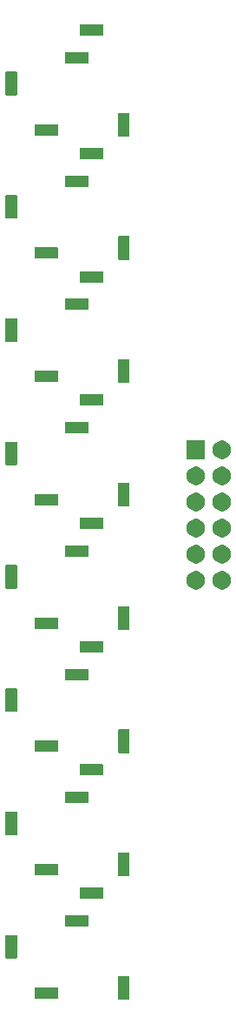
<source format=gbr>
G04 #@! TF.GenerationSoftware,KiCad,Pcbnew,9.0.0*
G04 #@! TF.CreationDate,2025-02-23T15:49:32-07:00*
G04 #@! TF.ProjectId,Patch_Bay,50617463-685f-4426-9179-2e6b69636164,rev?*
G04 #@! TF.SameCoordinates,Original*
G04 #@! TF.FileFunction,Soldermask,Top*
G04 #@! TF.FilePolarity,Negative*
%FSLAX46Y46*%
G04 Gerber Fmt 4.6, Leading zero omitted, Abs format (unit mm)*
G04 Created by KiCad (PCBNEW 9.0.0) date 2025-02-23 15:49:32*
%MOMM*%
%LPD*%
G01*
G04 APERTURE LIST*
G04 APERTURE END LIST*
G36*
X13519517Y-94852882D02*
G01*
X13536062Y-94863938D01*
X13547118Y-94880483D01*
X13551000Y-94900000D01*
X13551000Y-97100000D01*
X13547118Y-97119517D01*
X13536062Y-97136062D01*
X13519517Y-97147118D01*
X13500000Y-97151000D01*
X12500000Y-97151000D01*
X12480483Y-97147118D01*
X12463938Y-97136062D01*
X12452882Y-97119517D01*
X12449000Y-97100000D01*
X12449000Y-94900000D01*
X12452882Y-94880483D01*
X12463938Y-94863938D01*
X12480483Y-94852882D01*
X12500000Y-94849000D01*
X13500000Y-94849000D01*
X13519517Y-94852882D01*
G37*
G36*
X6519517Y-95952882D02*
G01*
X6536062Y-95963938D01*
X6547118Y-95980483D01*
X6551000Y-96000000D01*
X6551000Y-97000000D01*
X6547118Y-97019517D01*
X6536062Y-97036062D01*
X6519517Y-97047118D01*
X6500000Y-97051000D01*
X4300000Y-97051000D01*
X4280483Y-97047118D01*
X4263938Y-97036062D01*
X4252882Y-97019517D01*
X4249000Y-97000000D01*
X4249000Y-96000000D01*
X4252882Y-95980483D01*
X4263938Y-95963938D01*
X4280483Y-95952882D01*
X4300000Y-95949000D01*
X6500000Y-95949000D01*
X6519517Y-95952882D01*
G37*
G36*
X2519517Y-90852882D02*
G01*
X2536062Y-90863938D01*
X2547118Y-90880483D01*
X2551000Y-90900000D01*
X2551000Y-93100000D01*
X2547118Y-93119517D01*
X2536062Y-93136062D01*
X2519517Y-93147118D01*
X2500000Y-93151000D01*
X1500000Y-93151000D01*
X1480483Y-93147118D01*
X1463938Y-93136062D01*
X1452882Y-93119517D01*
X1449000Y-93100000D01*
X1449000Y-90900000D01*
X1452882Y-90880483D01*
X1463938Y-90863938D01*
X1480483Y-90852882D01*
X1500000Y-90849000D01*
X2500000Y-90849000D01*
X2519517Y-90852882D01*
G37*
G36*
X9519517Y-88952882D02*
G01*
X9536062Y-88963938D01*
X9547118Y-88980483D01*
X9551000Y-89000000D01*
X9551000Y-90000000D01*
X9547118Y-90019517D01*
X9536062Y-90036062D01*
X9519517Y-90047118D01*
X9500000Y-90051000D01*
X7300000Y-90051000D01*
X7280483Y-90047118D01*
X7263938Y-90036062D01*
X7252882Y-90019517D01*
X7249000Y-90000000D01*
X7249000Y-89000000D01*
X7252882Y-88980483D01*
X7263938Y-88963938D01*
X7280483Y-88952882D01*
X7300000Y-88949000D01*
X9500000Y-88949000D01*
X9519517Y-88952882D01*
G37*
G36*
X10919517Y-86252882D02*
G01*
X10936062Y-86263938D01*
X10947118Y-86280483D01*
X10951000Y-86300000D01*
X10951000Y-87300000D01*
X10947118Y-87319517D01*
X10936062Y-87336062D01*
X10919517Y-87347118D01*
X10900000Y-87351000D01*
X8700000Y-87351000D01*
X8680483Y-87347118D01*
X8663938Y-87336062D01*
X8652882Y-87319517D01*
X8649000Y-87300000D01*
X8649000Y-86300000D01*
X8652882Y-86280483D01*
X8663938Y-86263938D01*
X8680483Y-86252882D01*
X8700000Y-86249000D01*
X10900000Y-86249000D01*
X10919517Y-86252882D01*
G37*
G36*
X13519517Y-82852882D02*
G01*
X13536062Y-82863938D01*
X13547118Y-82880483D01*
X13551000Y-82900000D01*
X13551000Y-85100000D01*
X13547118Y-85119517D01*
X13536062Y-85136062D01*
X13519517Y-85147118D01*
X13500000Y-85151000D01*
X12500000Y-85151000D01*
X12480483Y-85147118D01*
X12463938Y-85136062D01*
X12452882Y-85119517D01*
X12449000Y-85100000D01*
X12449000Y-82900000D01*
X12452882Y-82880483D01*
X12463938Y-82863938D01*
X12480483Y-82852882D01*
X12500000Y-82849000D01*
X13500000Y-82849000D01*
X13519517Y-82852882D01*
G37*
G36*
X6519517Y-83952882D02*
G01*
X6536062Y-83963938D01*
X6547118Y-83980483D01*
X6551000Y-84000000D01*
X6551000Y-85000000D01*
X6547118Y-85019517D01*
X6536062Y-85036062D01*
X6519517Y-85047118D01*
X6500000Y-85051000D01*
X4300000Y-85051000D01*
X4280483Y-85047118D01*
X4263938Y-85036062D01*
X4252882Y-85019517D01*
X4249000Y-85000000D01*
X4249000Y-84000000D01*
X4252882Y-83980483D01*
X4263938Y-83963938D01*
X4280483Y-83952882D01*
X4300000Y-83949000D01*
X6500000Y-83949000D01*
X6519517Y-83952882D01*
G37*
G36*
X2519517Y-78852882D02*
G01*
X2536062Y-78863938D01*
X2547118Y-78880483D01*
X2551000Y-78900000D01*
X2551000Y-81100000D01*
X2547118Y-81119517D01*
X2536062Y-81136062D01*
X2519517Y-81147118D01*
X2500000Y-81151000D01*
X1500000Y-81151000D01*
X1480483Y-81147118D01*
X1463938Y-81136062D01*
X1452882Y-81119517D01*
X1449000Y-81100000D01*
X1449000Y-78900000D01*
X1452882Y-78880483D01*
X1463938Y-78863938D01*
X1480483Y-78852882D01*
X1500000Y-78849000D01*
X2500000Y-78849000D01*
X2519517Y-78852882D01*
G37*
G36*
X9519517Y-76952882D02*
G01*
X9536062Y-76963938D01*
X9547118Y-76980483D01*
X9551000Y-77000000D01*
X9551000Y-78000000D01*
X9547118Y-78019517D01*
X9536062Y-78036062D01*
X9519517Y-78047118D01*
X9500000Y-78051000D01*
X7300000Y-78051000D01*
X7280483Y-78047118D01*
X7263938Y-78036062D01*
X7252882Y-78019517D01*
X7249000Y-78000000D01*
X7249000Y-77000000D01*
X7252882Y-76980483D01*
X7263938Y-76963938D01*
X7280483Y-76952882D01*
X7300000Y-76949000D01*
X9500000Y-76949000D01*
X9519517Y-76952882D01*
G37*
G36*
X10919517Y-74252882D02*
G01*
X10936062Y-74263938D01*
X10947118Y-74280483D01*
X10951000Y-74300000D01*
X10951000Y-75300000D01*
X10947118Y-75319517D01*
X10936062Y-75336062D01*
X10919517Y-75347118D01*
X10900000Y-75351000D01*
X8700000Y-75351000D01*
X8680483Y-75347118D01*
X8663938Y-75336062D01*
X8652882Y-75319517D01*
X8649000Y-75300000D01*
X8649000Y-74300000D01*
X8652882Y-74280483D01*
X8663938Y-74263938D01*
X8680483Y-74252882D01*
X8700000Y-74249000D01*
X10900000Y-74249000D01*
X10919517Y-74252882D01*
G37*
G36*
X13519517Y-70852882D02*
G01*
X13536062Y-70863938D01*
X13547118Y-70880483D01*
X13551000Y-70900000D01*
X13551000Y-73100000D01*
X13547118Y-73119517D01*
X13536062Y-73136062D01*
X13519517Y-73147118D01*
X13500000Y-73151000D01*
X12500000Y-73151000D01*
X12480483Y-73147118D01*
X12463938Y-73136062D01*
X12452882Y-73119517D01*
X12449000Y-73100000D01*
X12449000Y-70900000D01*
X12452882Y-70880483D01*
X12463938Y-70863938D01*
X12480483Y-70852882D01*
X12500000Y-70849000D01*
X13500000Y-70849000D01*
X13519517Y-70852882D01*
G37*
G36*
X6519517Y-71952882D02*
G01*
X6536062Y-71963938D01*
X6547118Y-71980483D01*
X6551000Y-72000000D01*
X6551000Y-73000000D01*
X6547118Y-73019517D01*
X6536062Y-73036062D01*
X6519517Y-73047118D01*
X6500000Y-73051000D01*
X4300000Y-73051000D01*
X4280483Y-73047118D01*
X4263938Y-73036062D01*
X4252882Y-73019517D01*
X4249000Y-73000000D01*
X4249000Y-72000000D01*
X4252882Y-71980483D01*
X4263938Y-71963938D01*
X4280483Y-71952882D01*
X4300000Y-71949000D01*
X6500000Y-71949000D01*
X6519517Y-71952882D01*
G37*
G36*
X2519517Y-66852882D02*
G01*
X2536062Y-66863938D01*
X2547118Y-66880483D01*
X2551000Y-66900000D01*
X2551000Y-69100000D01*
X2547118Y-69119517D01*
X2536062Y-69136062D01*
X2519517Y-69147118D01*
X2500000Y-69151000D01*
X1500000Y-69151000D01*
X1480483Y-69147118D01*
X1463938Y-69136062D01*
X1452882Y-69119517D01*
X1449000Y-69100000D01*
X1449000Y-66900000D01*
X1452882Y-66880483D01*
X1463938Y-66863938D01*
X1480483Y-66852882D01*
X1500000Y-66849000D01*
X2500000Y-66849000D01*
X2519517Y-66852882D01*
G37*
G36*
X9519517Y-64952882D02*
G01*
X9536062Y-64963938D01*
X9547118Y-64980483D01*
X9551000Y-65000000D01*
X9551000Y-66000000D01*
X9547118Y-66019517D01*
X9536062Y-66036062D01*
X9519517Y-66047118D01*
X9500000Y-66051000D01*
X7300000Y-66051000D01*
X7280483Y-66047118D01*
X7263938Y-66036062D01*
X7252882Y-66019517D01*
X7249000Y-66000000D01*
X7249000Y-65000000D01*
X7252882Y-64980483D01*
X7263938Y-64963938D01*
X7280483Y-64952882D01*
X7300000Y-64949000D01*
X9500000Y-64949000D01*
X9519517Y-64952882D01*
G37*
G36*
X10919517Y-62252882D02*
G01*
X10936062Y-62263938D01*
X10947118Y-62280483D01*
X10951000Y-62300000D01*
X10951000Y-63300000D01*
X10947118Y-63319517D01*
X10936062Y-63336062D01*
X10919517Y-63347118D01*
X10900000Y-63351000D01*
X8700000Y-63351000D01*
X8680483Y-63347118D01*
X8663938Y-63336062D01*
X8652882Y-63319517D01*
X8649000Y-63300000D01*
X8649000Y-62300000D01*
X8652882Y-62280483D01*
X8663938Y-62263938D01*
X8680483Y-62252882D01*
X8700000Y-62249000D01*
X10900000Y-62249000D01*
X10919517Y-62252882D01*
G37*
G36*
X13519517Y-58852882D02*
G01*
X13536062Y-58863938D01*
X13547118Y-58880483D01*
X13551000Y-58900000D01*
X13551000Y-61100000D01*
X13547118Y-61119517D01*
X13536062Y-61136062D01*
X13519517Y-61147118D01*
X13500000Y-61151000D01*
X12500000Y-61151000D01*
X12480483Y-61147118D01*
X12463938Y-61136062D01*
X12452882Y-61119517D01*
X12449000Y-61100000D01*
X12449000Y-58900000D01*
X12452882Y-58880483D01*
X12463938Y-58863938D01*
X12480483Y-58852882D01*
X12500000Y-58849000D01*
X13500000Y-58849000D01*
X13519517Y-58852882D01*
G37*
G36*
X6519517Y-59952882D02*
G01*
X6536062Y-59963938D01*
X6547118Y-59980483D01*
X6551000Y-60000000D01*
X6551000Y-61000000D01*
X6547118Y-61019517D01*
X6536062Y-61036062D01*
X6519517Y-61047118D01*
X6500000Y-61051000D01*
X4300000Y-61051000D01*
X4280483Y-61047118D01*
X4263938Y-61036062D01*
X4252882Y-61019517D01*
X4249000Y-61000000D01*
X4249000Y-60000000D01*
X4252882Y-59980483D01*
X4263938Y-59963938D01*
X4280483Y-59952882D01*
X4300000Y-59949000D01*
X6500000Y-59949000D01*
X6519517Y-59952882D01*
G37*
G36*
X20261546Y-55487797D02*
G01*
X20424728Y-55555389D01*
X20571588Y-55653518D01*
X20696482Y-55778412D01*
X20794611Y-55925272D01*
X20862203Y-56088454D01*
X20896661Y-56261687D01*
X20896661Y-56438313D01*
X20862203Y-56611546D01*
X20794611Y-56774728D01*
X20696482Y-56921588D01*
X20571588Y-57046482D01*
X20424728Y-57144611D01*
X20261546Y-57212203D01*
X20088313Y-57246661D01*
X19911687Y-57246661D01*
X19738454Y-57212203D01*
X19575272Y-57144611D01*
X19428412Y-57046482D01*
X19303518Y-56921588D01*
X19205389Y-56774728D01*
X19137797Y-56611546D01*
X19103339Y-56438313D01*
X19103339Y-56261687D01*
X19137797Y-56088454D01*
X19205389Y-55925272D01*
X19303518Y-55778412D01*
X19428412Y-55653518D01*
X19575272Y-55555389D01*
X19738454Y-55487797D01*
X19911687Y-55453339D01*
X20088313Y-55453339D01*
X20261546Y-55487797D01*
G37*
G36*
X22801546Y-55487797D02*
G01*
X22964728Y-55555389D01*
X23111588Y-55653518D01*
X23236482Y-55778412D01*
X23334611Y-55925272D01*
X23402203Y-56088454D01*
X23436661Y-56261687D01*
X23436661Y-56438313D01*
X23402203Y-56611546D01*
X23334611Y-56774728D01*
X23236482Y-56921588D01*
X23111588Y-57046482D01*
X22964728Y-57144611D01*
X22801546Y-57212203D01*
X22628313Y-57246661D01*
X22451687Y-57246661D01*
X22278454Y-57212203D01*
X22115272Y-57144611D01*
X21968412Y-57046482D01*
X21843518Y-56921588D01*
X21745389Y-56774728D01*
X21677797Y-56611546D01*
X21643339Y-56438313D01*
X21643339Y-56261687D01*
X21677797Y-56088454D01*
X21745389Y-55925272D01*
X21843518Y-55778412D01*
X21968412Y-55653518D01*
X22115272Y-55555389D01*
X22278454Y-55487797D01*
X22451687Y-55453339D01*
X22628313Y-55453339D01*
X22801546Y-55487797D01*
G37*
G36*
X2519517Y-54852882D02*
G01*
X2536062Y-54863938D01*
X2547118Y-54880483D01*
X2551000Y-54900000D01*
X2551000Y-57100000D01*
X2547118Y-57119517D01*
X2536062Y-57136062D01*
X2519517Y-57147118D01*
X2500000Y-57151000D01*
X1500000Y-57151000D01*
X1480483Y-57147118D01*
X1463938Y-57136062D01*
X1452882Y-57119517D01*
X1449000Y-57100000D01*
X1449000Y-54900000D01*
X1452882Y-54880483D01*
X1463938Y-54863938D01*
X1480483Y-54852882D01*
X1500000Y-54849000D01*
X2500000Y-54849000D01*
X2519517Y-54852882D01*
G37*
G36*
X20261546Y-52947797D02*
G01*
X20424728Y-53015389D01*
X20571588Y-53113518D01*
X20696482Y-53238412D01*
X20794611Y-53385272D01*
X20862203Y-53548454D01*
X20896661Y-53721687D01*
X20896661Y-53898313D01*
X20862203Y-54071546D01*
X20794611Y-54234728D01*
X20696482Y-54381588D01*
X20571588Y-54506482D01*
X20424728Y-54604611D01*
X20261546Y-54672203D01*
X20088313Y-54706661D01*
X19911687Y-54706661D01*
X19738454Y-54672203D01*
X19575272Y-54604611D01*
X19428412Y-54506482D01*
X19303518Y-54381588D01*
X19205389Y-54234728D01*
X19137797Y-54071546D01*
X19103339Y-53898313D01*
X19103339Y-53721687D01*
X19137797Y-53548454D01*
X19205389Y-53385272D01*
X19303518Y-53238412D01*
X19428412Y-53113518D01*
X19575272Y-53015389D01*
X19738454Y-52947797D01*
X19911687Y-52913339D01*
X20088313Y-52913339D01*
X20261546Y-52947797D01*
G37*
G36*
X22801546Y-52947797D02*
G01*
X22964728Y-53015389D01*
X23111588Y-53113518D01*
X23236482Y-53238412D01*
X23334611Y-53385272D01*
X23402203Y-53548454D01*
X23436661Y-53721687D01*
X23436661Y-53898313D01*
X23402203Y-54071546D01*
X23334611Y-54234728D01*
X23236482Y-54381588D01*
X23111588Y-54506482D01*
X22964728Y-54604611D01*
X22801546Y-54672203D01*
X22628313Y-54706661D01*
X22451687Y-54706661D01*
X22278454Y-54672203D01*
X22115272Y-54604611D01*
X21968412Y-54506482D01*
X21843518Y-54381588D01*
X21745389Y-54234728D01*
X21677797Y-54071546D01*
X21643339Y-53898313D01*
X21643339Y-53721687D01*
X21677797Y-53548454D01*
X21745389Y-53385272D01*
X21843518Y-53238412D01*
X21968412Y-53113518D01*
X22115272Y-53015389D01*
X22278454Y-52947797D01*
X22451687Y-52913339D01*
X22628313Y-52913339D01*
X22801546Y-52947797D01*
G37*
G36*
X9519517Y-52952882D02*
G01*
X9536062Y-52963938D01*
X9547118Y-52980483D01*
X9551000Y-53000000D01*
X9551000Y-54000000D01*
X9547118Y-54019517D01*
X9536062Y-54036062D01*
X9519517Y-54047118D01*
X9500000Y-54051000D01*
X7300000Y-54051000D01*
X7280483Y-54047118D01*
X7263938Y-54036062D01*
X7252882Y-54019517D01*
X7249000Y-54000000D01*
X7249000Y-53000000D01*
X7252882Y-52980483D01*
X7263938Y-52963938D01*
X7280483Y-52952882D01*
X7300000Y-52949000D01*
X9500000Y-52949000D01*
X9519517Y-52952882D01*
G37*
G36*
X20261546Y-50407797D02*
G01*
X20424728Y-50475389D01*
X20571588Y-50573518D01*
X20696482Y-50698412D01*
X20794611Y-50845272D01*
X20862203Y-51008454D01*
X20896661Y-51181687D01*
X20896661Y-51358313D01*
X20862203Y-51531546D01*
X20794611Y-51694728D01*
X20696482Y-51841588D01*
X20571588Y-51966482D01*
X20424728Y-52064611D01*
X20261546Y-52132203D01*
X20088313Y-52166661D01*
X19911687Y-52166661D01*
X19738454Y-52132203D01*
X19575272Y-52064611D01*
X19428412Y-51966482D01*
X19303518Y-51841588D01*
X19205389Y-51694728D01*
X19137797Y-51531546D01*
X19103339Y-51358313D01*
X19103339Y-51181687D01*
X19137797Y-51008454D01*
X19205389Y-50845272D01*
X19303518Y-50698412D01*
X19428412Y-50573518D01*
X19575272Y-50475389D01*
X19738454Y-50407797D01*
X19911687Y-50373339D01*
X20088313Y-50373339D01*
X20261546Y-50407797D01*
G37*
G36*
X22801546Y-50407797D02*
G01*
X22964728Y-50475389D01*
X23111588Y-50573518D01*
X23236482Y-50698412D01*
X23334611Y-50845272D01*
X23402203Y-51008454D01*
X23436661Y-51181687D01*
X23436661Y-51358313D01*
X23402203Y-51531546D01*
X23334611Y-51694728D01*
X23236482Y-51841588D01*
X23111588Y-51966482D01*
X22964728Y-52064611D01*
X22801546Y-52132203D01*
X22628313Y-52166661D01*
X22451687Y-52166661D01*
X22278454Y-52132203D01*
X22115272Y-52064611D01*
X21968412Y-51966482D01*
X21843518Y-51841588D01*
X21745389Y-51694728D01*
X21677797Y-51531546D01*
X21643339Y-51358313D01*
X21643339Y-51181687D01*
X21677797Y-51008454D01*
X21745389Y-50845272D01*
X21843518Y-50698412D01*
X21968412Y-50573518D01*
X22115272Y-50475389D01*
X22278454Y-50407797D01*
X22451687Y-50373339D01*
X22628313Y-50373339D01*
X22801546Y-50407797D01*
G37*
G36*
X10919517Y-50252882D02*
G01*
X10936062Y-50263938D01*
X10947118Y-50280483D01*
X10951000Y-50300000D01*
X10951000Y-51300000D01*
X10947118Y-51319517D01*
X10936062Y-51336062D01*
X10919517Y-51347118D01*
X10900000Y-51351000D01*
X8700000Y-51351000D01*
X8680483Y-51347118D01*
X8663938Y-51336062D01*
X8652882Y-51319517D01*
X8649000Y-51300000D01*
X8649000Y-50300000D01*
X8652882Y-50280483D01*
X8663938Y-50263938D01*
X8680483Y-50252882D01*
X8700000Y-50249000D01*
X10900000Y-50249000D01*
X10919517Y-50252882D01*
G37*
G36*
X20261546Y-47867797D02*
G01*
X20424728Y-47935389D01*
X20571588Y-48033518D01*
X20696482Y-48158412D01*
X20794611Y-48305272D01*
X20862203Y-48468454D01*
X20896661Y-48641687D01*
X20896661Y-48818313D01*
X20862203Y-48991546D01*
X20794611Y-49154728D01*
X20696482Y-49301588D01*
X20571588Y-49426482D01*
X20424728Y-49524611D01*
X20261546Y-49592203D01*
X20088313Y-49626661D01*
X19911687Y-49626661D01*
X19738454Y-49592203D01*
X19575272Y-49524611D01*
X19428412Y-49426482D01*
X19303518Y-49301588D01*
X19205389Y-49154728D01*
X19137797Y-48991546D01*
X19103339Y-48818313D01*
X19103339Y-48641687D01*
X19137797Y-48468454D01*
X19205389Y-48305272D01*
X19303518Y-48158412D01*
X19428412Y-48033518D01*
X19575272Y-47935389D01*
X19738454Y-47867797D01*
X19911687Y-47833339D01*
X20088313Y-47833339D01*
X20261546Y-47867797D01*
G37*
G36*
X22801546Y-47867797D02*
G01*
X22964728Y-47935389D01*
X23111588Y-48033518D01*
X23236482Y-48158412D01*
X23334611Y-48305272D01*
X23402203Y-48468454D01*
X23436661Y-48641687D01*
X23436661Y-48818313D01*
X23402203Y-48991546D01*
X23334611Y-49154728D01*
X23236482Y-49301588D01*
X23111588Y-49426482D01*
X22964728Y-49524611D01*
X22801546Y-49592203D01*
X22628313Y-49626661D01*
X22451687Y-49626661D01*
X22278454Y-49592203D01*
X22115272Y-49524611D01*
X21968412Y-49426482D01*
X21843518Y-49301588D01*
X21745389Y-49154728D01*
X21677797Y-48991546D01*
X21643339Y-48818313D01*
X21643339Y-48641687D01*
X21677797Y-48468454D01*
X21745389Y-48305272D01*
X21843518Y-48158412D01*
X21968412Y-48033518D01*
X22115272Y-47935389D01*
X22278454Y-47867797D01*
X22451687Y-47833339D01*
X22628313Y-47833339D01*
X22801546Y-47867797D01*
G37*
G36*
X13519517Y-46852882D02*
G01*
X13536062Y-46863938D01*
X13547118Y-46880483D01*
X13551000Y-46900000D01*
X13551000Y-49100000D01*
X13547118Y-49119517D01*
X13536062Y-49136062D01*
X13519517Y-49147118D01*
X13500000Y-49151000D01*
X12500000Y-49151000D01*
X12480483Y-49147118D01*
X12463938Y-49136062D01*
X12452882Y-49119517D01*
X12449000Y-49100000D01*
X12449000Y-46900000D01*
X12452882Y-46880483D01*
X12463938Y-46863938D01*
X12480483Y-46852882D01*
X12500000Y-46849000D01*
X13500000Y-46849000D01*
X13519517Y-46852882D01*
G37*
G36*
X6519517Y-47952882D02*
G01*
X6536062Y-47963938D01*
X6547118Y-47980483D01*
X6551000Y-48000000D01*
X6551000Y-49000000D01*
X6547118Y-49019517D01*
X6536062Y-49036062D01*
X6519517Y-49047118D01*
X6500000Y-49051000D01*
X4300000Y-49051000D01*
X4280483Y-49047118D01*
X4263938Y-49036062D01*
X4252882Y-49019517D01*
X4249000Y-49000000D01*
X4249000Y-48000000D01*
X4252882Y-47980483D01*
X4263938Y-47963938D01*
X4280483Y-47952882D01*
X4300000Y-47949000D01*
X6500000Y-47949000D01*
X6519517Y-47952882D01*
G37*
G36*
X20261546Y-45327797D02*
G01*
X20424728Y-45395389D01*
X20571588Y-45493518D01*
X20696482Y-45618412D01*
X20794611Y-45765272D01*
X20862203Y-45928454D01*
X20896661Y-46101687D01*
X20896661Y-46278313D01*
X20862203Y-46451546D01*
X20794611Y-46614728D01*
X20696482Y-46761588D01*
X20571588Y-46886482D01*
X20424728Y-46984611D01*
X20261546Y-47052203D01*
X20088313Y-47086661D01*
X19911687Y-47086661D01*
X19738454Y-47052203D01*
X19575272Y-46984611D01*
X19428412Y-46886482D01*
X19303518Y-46761588D01*
X19205389Y-46614728D01*
X19137797Y-46451546D01*
X19103339Y-46278313D01*
X19103339Y-46101687D01*
X19137797Y-45928454D01*
X19205389Y-45765272D01*
X19303518Y-45618412D01*
X19428412Y-45493518D01*
X19575272Y-45395389D01*
X19738454Y-45327797D01*
X19911687Y-45293339D01*
X20088313Y-45293339D01*
X20261546Y-45327797D01*
G37*
G36*
X22801546Y-45327797D02*
G01*
X22964728Y-45395389D01*
X23111588Y-45493518D01*
X23236482Y-45618412D01*
X23334611Y-45765272D01*
X23402203Y-45928454D01*
X23436661Y-46101687D01*
X23436661Y-46278313D01*
X23402203Y-46451546D01*
X23334611Y-46614728D01*
X23236482Y-46761588D01*
X23111588Y-46886482D01*
X22964728Y-46984611D01*
X22801546Y-47052203D01*
X22628313Y-47086661D01*
X22451687Y-47086661D01*
X22278454Y-47052203D01*
X22115272Y-46984611D01*
X21968412Y-46886482D01*
X21843518Y-46761588D01*
X21745389Y-46614728D01*
X21677797Y-46451546D01*
X21643339Y-46278313D01*
X21643339Y-46101687D01*
X21677797Y-45928454D01*
X21745389Y-45765272D01*
X21843518Y-45618412D01*
X21968412Y-45493518D01*
X22115272Y-45395389D01*
X22278454Y-45327797D01*
X22451687Y-45293339D01*
X22628313Y-45293339D01*
X22801546Y-45327797D01*
G37*
G36*
X2519517Y-42852882D02*
G01*
X2536062Y-42863938D01*
X2547118Y-42880483D01*
X2551000Y-42900000D01*
X2551000Y-45100000D01*
X2547118Y-45119517D01*
X2536062Y-45136062D01*
X2519517Y-45147118D01*
X2500000Y-45151000D01*
X1500000Y-45151000D01*
X1480483Y-45147118D01*
X1463938Y-45136062D01*
X1452882Y-45119517D01*
X1449000Y-45100000D01*
X1449000Y-42900000D01*
X1452882Y-42880483D01*
X1463938Y-42863938D01*
X1480483Y-42852882D01*
X1500000Y-42849000D01*
X2500000Y-42849000D01*
X2519517Y-42852882D01*
G37*
G36*
X20869517Y-42752882D02*
G01*
X20886062Y-42763938D01*
X20897118Y-42780483D01*
X20901000Y-42800000D01*
X20901000Y-44500000D01*
X20897118Y-44519517D01*
X20886062Y-44536062D01*
X20869517Y-44547118D01*
X20850000Y-44551000D01*
X19150000Y-44551000D01*
X19130483Y-44547118D01*
X19113938Y-44536062D01*
X19102882Y-44519517D01*
X19099000Y-44500000D01*
X19099000Y-42800000D01*
X19102882Y-42780483D01*
X19113938Y-42763938D01*
X19130483Y-42752882D01*
X19150000Y-42749000D01*
X20850000Y-42749000D01*
X20869517Y-42752882D01*
G37*
G36*
X22801546Y-42787797D02*
G01*
X22964728Y-42855389D01*
X23111588Y-42953518D01*
X23236482Y-43078412D01*
X23334611Y-43225272D01*
X23402203Y-43388454D01*
X23436661Y-43561687D01*
X23436661Y-43738313D01*
X23402203Y-43911546D01*
X23334611Y-44074728D01*
X23236482Y-44221588D01*
X23111588Y-44346482D01*
X22964728Y-44444611D01*
X22801546Y-44512203D01*
X22628313Y-44546661D01*
X22451687Y-44546661D01*
X22278454Y-44512203D01*
X22115272Y-44444611D01*
X21968412Y-44346482D01*
X21843518Y-44221588D01*
X21745389Y-44074728D01*
X21677797Y-43911546D01*
X21643339Y-43738313D01*
X21643339Y-43561687D01*
X21677797Y-43388454D01*
X21745389Y-43225272D01*
X21843518Y-43078412D01*
X21968412Y-42953518D01*
X22115272Y-42855389D01*
X22278454Y-42787797D01*
X22451687Y-42753339D01*
X22628313Y-42753339D01*
X22801546Y-42787797D01*
G37*
G36*
X9519517Y-40952882D02*
G01*
X9536062Y-40963938D01*
X9547118Y-40980483D01*
X9551000Y-41000000D01*
X9551000Y-42000000D01*
X9547118Y-42019517D01*
X9536062Y-42036062D01*
X9519517Y-42047118D01*
X9500000Y-42051000D01*
X7300000Y-42051000D01*
X7280483Y-42047118D01*
X7263938Y-42036062D01*
X7252882Y-42019517D01*
X7249000Y-42000000D01*
X7249000Y-41000000D01*
X7252882Y-40980483D01*
X7263938Y-40963938D01*
X7280483Y-40952882D01*
X7300000Y-40949000D01*
X9500000Y-40949000D01*
X9519517Y-40952882D01*
G37*
G36*
X10919517Y-38252882D02*
G01*
X10936062Y-38263938D01*
X10947118Y-38280483D01*
X10951000Y-38300000D01*
X10951000Y-39300000D01*
X10947118Y-39319517D01*
X10936062Y-39336062D01*
X10919517Y-39347118D01*
X10900000Y-39351000D01*
X8700000Y-39351000D01*
X8680483Y-39347118D01*
X8663938Y-39336062D01*
X8652882Y-39319517D01*
X8649000Y-39300000D01*
X8649000Y-38300000D01*
X8652882Y-38280483D01*
X8663938Y-38263938D01*
X8680483Y-38252882D01*
X8700000Y-38249000D01*
X10900000Y-38249000D01*
X10919517Y-38252882D01*
G37*
G36*
X13519517Y-34852882D02*
G01*
X13536062Y-34863938D01*
X13547118Y-34880483D01*
X13551000Y-34900000D01*
X13551000Y-37100000D01*
X13547118Y-37119517D01*
X13536062Y-37136062D01*
X13519517Y-37147118D01*
X13500000Y-37151000D01*
X12500000Y-37151000D01*
X12480483Y-37147118D01*
X12463938Y-37136062D01*
X12452882Y-37119517D01*
X12449000Y-37100000D01*
X12449000Y-34900000D01*
X12452882Y-34880483D01*
X12463938Y-34863938D01*
X12480483Y-34852882D01*
X12500000Y-34849000D01*
X13500000Y-34849000D01*
X13519517Y-34852882D01*
G37*
G36*
X6519517Y-35952882D02*
G01*
X6536062Y-35963938D01*
X6547118Y-35980483D01*
X6551000Y-36000000D01*
X6551000Y-37000000D01*
X6547118Y-37019517D01*
X6536062Y-37036062D01*
X6519517Y-37047118D01*
X6500000Y-37051000D01*
X4300000Y-37051000D01*
X4280483Y-37047118D01*
X4263938Y-37036062D01*
X4252882Y-37019517D01*
X4249000Y-37000000D01*
X4249000Y-36000000D01*
X4252882Y-35980483D01*
X4263938Y-35963938D01*
X4280483Y-35952882D01*
X4300000Y-35949000D01*
X6500000Y-35949000D01*
X6519517Y-35952882D01*
G37*
G36*
X2519517Y-30852882D02*
G01*
X2536062Y-30863938D01*
X2547118Y-30880483D01*
X2551000Y-30900000D01*
X2551000Y-33100000D01*
X2547118Y-33119517D01*
X2536062Y-33136062D01*
X2519517Y-33147118D01*
X2500000Y-33151000D01*
X1500000Y-33151000D01*
X1480483Y-33147118D01*
X1463938Y-33136062D01*
X1452882Y-33119517D01*
X1449000Y-33100000D01*
X1449000Y-30900000D01*
X1452882Y-30880483D01*
X1463938Y-30863938D01*
X1480483Y-30852882D01*
X1500000Y-30849000D01*
X2500000Y-30849000D01*
X2519517Y-30852882D01*
G37*
G36*
X9519517Y-28952882D02*
G01*
X9536062Y-28963938D01*
X9547118Y-28980483D01*
X9551000Y-29000000D01*
X9551000Y-30000000D01*
X9547118Y-30019517D01*
X9536062Y-30036062D01*
X9519517Y-30047118D01*
X9500000Y-30051000D01*
X7300000Y-30051000D01*
X7280483Y-30047118D01*
X7263938Y-30036062D01*
X7252882Y-30019517D01*
X7249000Y-30000000D01*
X7249000Y-29000000D01*
X7252882Y-28980483D01*
X7263938Y-28963938D01*
X7280483Y-28952882D01*
X7300000Y-28949000D01*
X9500000Y-28949000D01*
X9519517Y-28952882D01*
G37*
G36*
X10919517Y-26252882D02*
G01*
X10936062Y-26263938D01*
X10947118Y-26280483D01*
X10951000Y-26300000D01*
X10951000Y-27300000D01*
X10947118Y-27319517D01*
X10936062Y-27336062D01*
X10919517Y-27347118D01*
X10900000Y-27351000D01*
X8700000Y-27351000D01*
X8680483Y-27347118D01*
X8663938Y-27336062D01*
X8652882Y-27319517D01*
X8649000Y-27300000D01*
X8649000Y-26300000D01*
X8652882Y-26280483D01*
X8663938Y-26263938D01*
X8680483Y-26252882D01*
X8700000Y-26249000D01*
X10900000Y-26249000D01*
X10919517Y-26252882D01*
G37*
G36*
X13519517Y-22852882D02*
G01*
X13536062Y-22863938D01*
X13547118Y-22880483D01*
X13551000Y-22900000D01*
X13551000Y-25100000D01*
X13547118Y-25119517D01*
X13536062Y-25136062D01*
X13519517Y-25147118D01*
X13500000Y-25151000D01*
X12500000Y-25151000D01*
X12480483Y-25147118D01*
X12463938Y-25136062D01*
X12452882Y-25119517D01*
X12449000Y-25100000D01*
X12449000Y-22900000D01*
X12452882Y-22880483D01*
X12463938Y-22863938D01*
X12480483Y-22852882D01*
X12500000Y-22849000D01*
X13500000Y-22849000D01*
X13519517Y-22852882D01*
G37*
G36*
X6519517Y-23952882D02*
G01*
X6536062Y-23963938D01*
X6547118Y-23980483D01*
X6551000Y-24000000D01*
X6551000Y-25000000D01*
X6547118Y-25019517D01*
X6536062Y-25036062D01*
X6519517Y-25047118D01*
X6500000Y-25051000D01*
X4300000Y-25051000D01*
X4280483Y-25047118D01*
X4263938Y-25036062D01*
X4252882Y-25019517D01*
X4249000Y-25000000D01*
X4249000Y-24000000D01*
X4252882Y-23980483D01*
X4263938Y-23963938D01*
X4280483Y-23952882D01*
X4300000Y-23949000D01*
X6500000Y-23949000D01*
X6519517Y-23952882D01*
G37*
G36*
X2519517Y-18852882D02*
G01*
X2536062Y-18863938D01*
X2547118Y-18880483D01*
X2551000Y-18900000D01*
X2551000Y-21100000D01*
X2547118Y-21119517D01*
X2536062Y-21136062D01*
X2519517Y-21147118D01*
X2500000Y-21151000D01*
X1500000Y-21151000D01*
X1480483Y-21147118D01*
X1463938Y-21136062D01*
X1452882Y-21119517D01*
X1449000Y-21100000D01*
X1449000Y-18900000D01*
X1452882Y-18880483D01*
X1463938Y-18863938D01*
X1480483Y-18852882D01*
X1500000Y-18849000D01*
X2500000Y-18849000D01*
X2519517Y-18852882D01*
G37*
G36*
X9519517Y-16952882D02*
G01*
X9536062Y-16963938D01*
X9547118Y-16980483D01*
X9551000Y-17000000D01*
X9551000Y-18000000D01*
X9547118Y-18019517D01*
X9536062Y-18036062D01*
X9519517Y-18047118D01*
X9500000Y-18051000D01*
X7300000Y-18051000D01*
X7280483Y-18047118D01*
X7263938Y-18036062D01*
X7252882Y-18019517D01*
X7249000Y-18000000D01*
X7249000Y-17000000D01*
X7252882Y-16980483D01*
X7263938Y-16963938D01*
X7280483Y-16952882D01*
X7300000Y-16949000D01*
X9500000Y-16949000D01*
X9519517Y-16952882D01*
G37*
G36*
X10919517Y-14252882D02*
G01*
X10936062Y-14263938D01*
X10947118Y-14280483D01*
X10951000Y-14300000D01*
X10951000Y-15300000D01*
X10947118Y-15319517D01*
X10936062Y-15336062D01*
X10919517Y-15347118D01*
X10900000Y-15351000D01*
X8700000Y-15351000D01*
X8680483Y-15347118D01*
X8663938Y-15336062D01*
X8652882Y-15319517D01*
X8649000Y-15300000D01*
X8649000Y-14300000D01*
X8652882Y-14280483D01*
X8663938Y-14263938D01*
X8680483Y-14252882D01*
X8700000Y-14249000D01*
X10900000Y-14249000D01*
X10919517Y-14252882D01*
G37*
G36*
X13519517Y-10852882D02*
G01*
X13536062Y-10863938D01*
X13547118Y-10880483D01*
X13551000Y-10900000D01*
X13551000Y-13100000D01*
X13547118Y-13119517D01*
X13536062Y-13136062D01*
X13519517Y-13147118D01*
X13500000Y-13151000D01*
X12500000Y-13151000D01*
X12480483Y-13147118D01*
X12463938Y-13136062D01*
X12452882Y-13119517D01*
X12449000Y-13100000D01*
X12449000Y-10900000D01*
X12452882Y-10880483D01*
X12463938Y-10863938D01*
X12480483Y-10852882D01*
X12500000Y-10849000D01*
X13500000Y-10849000D01*
X13519517Y-10852882D01*
G37*
G36*
X6519517Y-11952882D02*
G01*
X6536062Y-11963938D01*
X6547118Y-11980483D01*
X6551000Y-12000000D01*
X6551000Y-13000000D01*
X6547118Y-13019517D01*
X6536062Y-13036062D01*
X6519517Y-13047118D01*
X6500000Y-13051000D01*
X4300000Y-13051000D01*
X4280483Y-13047118D01*
X4263938Y-13036062D01*
X4252882Y-13019517D01*
X4249000Y-13000000D01*
X4249000Y-12000000D01*
X4252882Y-11980483D01*
X4263938Y-11963938D01*
X4280483Y-11952882D01*
X4300000Y-11949000D01*
X6500000Y-11949000D01*
X6519517Y-11952882D01*
G37*
G36*
X2519517Y-6852882D02*
G01*
X2536062Y-6863938D01*
X2547118Y-6880483D01*
X2551000Y-6900000D01*
X2551000Y-9100000D01*
X2547118Y-9119517D01*
X2536062Y-9136062D01*
X2519517Y-9147118D01*
X2500000Y-9151000D01*
X1500000Y-9151000D01*
X1480483Y-9147118D01*
X1463938Y-9136062D01*
X1452882Y-9119517D01*
X1449000Y-9100000D01*
X1449000Y-6900000D01*
X1452882Y-6880483D01*
X1463938Y-6863938D01*
X1480483Y-6852882D01*
X1500000Y-6849000D01*
X2500000Y-6849000D01*
X2519517Y-6852882D01*
G37*
G36*
X9519517Y-4952882D02*
G01*
X9536062Y-4963938D01*
X9547118Y-4980483D01*
X9551000Y-5000000D01*
X9551000Y-6000000D01*
X9547118Y-6019517D01*
X9536062Y-6036062D01*
X9519517Y-6047118D01*
X9500000Y-6051000D01*
X7300000Y-6051000D01*
X7280483Y-6047118D01*
X7263938Y-6036062D01*
X7252882Y-6019517D01*
X7249000Y-6000000D01*
X7249000Y-5000000D01*
X7252882Y-4980483D01*
X7263938Y-4963938D01*
X7280483Y-4952882D01*
X7300000Y-4949000D01*
X9500000Y-4949000D01*
X9519517Y-4952882D01*
G37*
G36*
X10919517Y-2252882D02*
G01*
X10936062Y-2263938D01*
X10947118Y-2280483D01*
X10951000Y-2300000D01*
X10951000Y-3300000D01*
X10947118Y-3319517D01*
X10936062Y-3336062D01*
X10919517Y-3347118D01*
X10900000Y-3351000D01*
X8700000Y-3351000D01*
X8680483Y-3347118D01*
X8663938Y-3336062D01*
X8652882Y-3319517D01*
X8649000Y-3300000D01*
X8649000Y-2300000D01*
X8652882Y-2280483D01*
X8663938Y-2263938D01*
X8680483Y-2252882D01*
X8700000Y-2249000D01*
X10900000Y-2249000D01*
X10919517Y-2252882D01*
G37*
M02*

</source>
